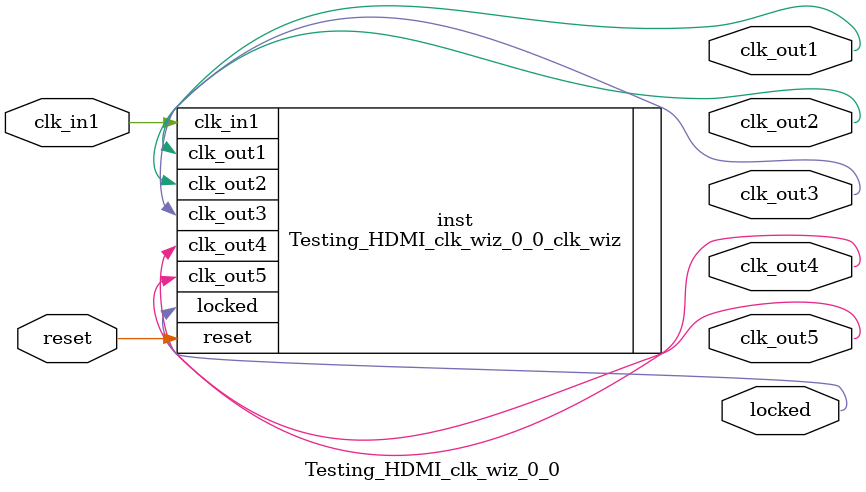
<source format=v>


`timescale 1ps/1ps

(* CORE_GENERATION_INFO = "Testing_HDMI_clk_wiz_0_0,clk_wiz_v6_0_2_0_0,{component_name=Testing_HDMI_clk_wiz_0_0,use_phase_alignment=true,use_min_o_jitter=false,use_max_i_jitter=false,use_dyn_phase_shift=false,use_inclk_switchover=false,use_dyn_reconfig=false,enable_axi=0,feedback_source=FDBK_AUTO,PRIMITIVE=MMCM,num_out_clk=5,clkin1_period=8.000,clkin2_period=10.0,use_power_down=false,use_reset=true,use_locked=true,use_inclk_stopped=false,feedback_type=SINGLE,CLOCK_MGR_TYPE=NA,manual_override=false}" *)

module Testing_HDMI_clk_wiz_0_0 
 (
  // Clock out ports
  output        clk_out1,
  output        clk_out2,
  output        clk_out3,
  output        clk_out4,
  output        clk_out5,
  // Status and control signals
  input         reset,
  output        locked,
 // Clock in ports
  input         clk_in1
 );

  Testing_HDMI_clk_wiz_0_0_clk_wiz inst
  (
  // Clock out ports  
  .clk_out1(clk_out1),
  .clk_out2(clk_out2),
  .clk_out3(clk_out3),
  .clk_out4(clk_out4),
  .clk_out5(clk_out5),
  // Status and control signals               
  .reset(reset), 
  .locked(locked),
 // Clock in ports
  .clk_in1(clk_in1)
  );

endmodule

</source>
